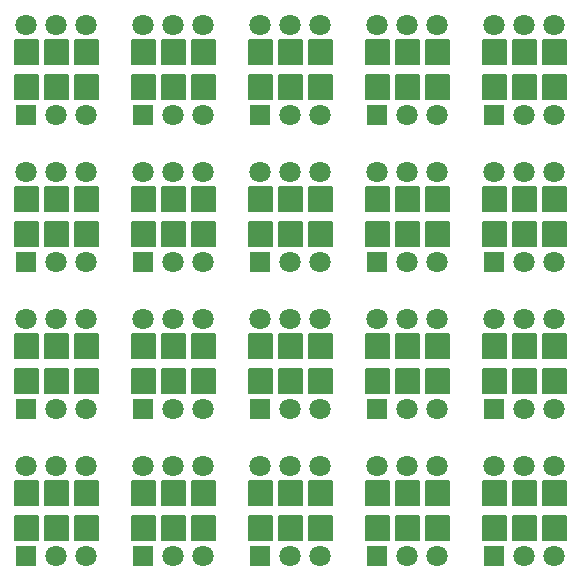
<source format=gbs>
G04 (created by PCBNEW (2013-04-28 BZR 4117)-testing) date Mon 29 Apr 2013 06:53:22 PM CEST*
%MOIN*%
G04 Gerber Fmt 3.4, Leading zero omitted, Abs format*
%FSLAX34Y34*%
G01*
G70*
G90*
G04 APERTURE LIST*
%ADD10C,2.3622e-06*%
%ADD11R,0.0295X0.0394*%
%ADD12R,0.0689X0.0295*%
%ADD13R,0.0709X0.0709*%
%ADD14C,0.0709*%
%ADD15C,0.008*%
G04 APERTURE END LIST*
G54D10*
G54D11*
X29100Y-19900D03*
X28700Y-19900D03*
G54D12*
X28900Y-19500D03*
X29900Y-19500D03*
X30900Y-19500D03*
G54D11*
X29700Y-19900D03*
X30100Y-19900D03*
X31100Y-19900D03*
X30700Y-19900D03*
G54D12*
X30900Y-21100D03*
X29900Y-21100D03*
X28900Y-21100D03*
G54D11*
X29100Y-20700D03*
X28700Y-20700D03*
X29700Y-20700D03*
X30100Y-20700D03*
X31100Y-20700D03*
X30700Y-20700D03*
G54D13*
X28900Y-21800D03*
G54D14*
X29900Y-21800D03*
X30900Y-21800D03*
X30900Y-18800D03*
X29900Y-18800D03*
X28900Y-18800D03*
G54D13*
X25000Y-21800D03*
G54D14*
X26000Y-21800D03*
X27000Y-21800D03*
X27000Y-18800D03*
X26000Y-18800D03*
X25000Y-18800D03*
G54D11*
X26800Y-20700D03*
X27200Y-20700D03*
X26200Y-20700D03*
X25800Y-20700D03*
X24800Y-20700D03*
X25200Y-20700D03*
G54D12*
X25000Y-21100D03*
X26000Y-21100D03*
X27000Y-21100D03*
G54D11*
X26800Y-19900D03*
X27200Y-19900D03*
X26200Y-19900D03*
X25800Y-19900D03*
G54D12*
X27000Y-19500D03*
X26000Y-19500D03*
X25000Y-19500D03*
G54D11*
X24800Y-19900D03*
X25200Y-19900D03*
X17400Y-19900D03*
X17000Y-19900D03*
G54D12*
X17200Y-19500D03*
X18200Y-19500D03*
X19200Y-19500D03*
G54D11*
X18000Y-19900D03*
X18400Y-19900D03*
X19400Y-19900D03*
X19000Y-19900D03*
G54D12*
X19200Y-21100D03*
X18200Y-21100D03*
X17200Y-21100D03*
G54D11*
X17400Y-20700D03*
X17000Y-20700D03*
X18000Y-20700D03*
X18400Y-20700D03*
X19400Y-20700D03*
X19000Y-20700D03*
G54D13*
X17200Y-21800D03*
G54D14*
X18200Y-21800D03*
X19200Y-21800D03*
X19200Y-18800D03*
X18200Y-18800D03*
X17200Y-18800D03*
G54D13*
X21100Y-21800D03*
G54D14*
X22100Y-21800D03*
X23100Y-21800D03*
X23100Y-18800D03*
X22100Y-18800D03*
X21100Y-18800D03*
G54D11*
X22900Y-20700D03*
X23300Y-20700D03*
X22300Y-20700D03*
X21900Y-20700D03*
X20900Y-20700D03*
X21300Y-20700D03*
G54D12*
X21100Y-21100D03*
X22100Y-21100D03*
X23100Y-21100D03*
G54D11*
X22900Y-19900D03*
X23300Y-19900D03*
X22300Y-19900D03*
X21900Y-19900D03*
G54D12*
X23100Y-19500D03*
X22100Y-19500D03*
X21100Y-19500D03*
G54D11*
X20900Y-19900D03*
X21300Y-19900D03*
G54D13*
X32800Y-21800D03*
G54D14*
X33800Y-21800D03*
X34800Y-21800D03*
X34800Y-18800D03*
X33800Y-18800D03*
X32800Y-18800D03*
G54D11*
X34600Y-20700D03*
X35000Y-20700D03*
X34000Y-20700D03*
X33600Y-20700D03*
X32600Y-20700D03*
X33000Y-20700D03*
G54D12*
X32800Y-21100D03*
X33800Y-21100D03*
X34800Y-21100D03*
G54D11*
X34600Y-19900D03*
X35000Y-19900D03*
X34000Y-19900D03*
X33600Y-19900D03*
G54D12*
X34800Y-19500D03*
X33800Y-19500D03*
X32800Y-19500D03*
G54D11*
X32600Y-19900D03*
X33000Y-19900D03*
X33000Y-15000D03*
X32600Y-15000D03*
G54D12*
X32800Y-14600D03*
X33800Y-14600D03*
X34800Y-14600D03*
G54D11*
X33600Y-15000D03*
X34000Y-15000D03*
X35000Y-15000D03*
X34600Y-15000D03*
G54D12*
X34800Y-16200D03*
X33800Y-16200D03*
X32800Y-16200D03*
G54D11*
X33000Y-15800D03*
X32600Y-15800D03*
X33600Y-15800D03*
X34000Y-15800D03*
X35000Y-15800D03*
X34600Y-15800D03*
G54D13*
X32800Y-16900D03*
G54D14*
X33800Y-16900D03*
X34800Y-16900D03*
X34800Y-13900D03*
X33800Y-13900D03*
X32800Y-13900D03*
G54D11*
X21300Y-15000D03*
X20900Y-15000D03*
G54D12*
X21100Y-14600D03*
X22100Y-14600D03*
X23100Y-14600D03*
G54D11*
X21900Y-15000D03*
X22300Y-15000D03*
X23300Y-15000D03*
X22900Y-15000D03*
G54D12*
X23100Y-16200D03*
X22100Y-16200D03*
X21100Y-16200D03*
G54D11*
X21300Y-15800D03*
X20900Y-15800D03*
X21900Y-15800D03*
X22300Y-15800D03*
X23300Y-15800D03*
X22900Y-15800D03*
G54D13*
X21100Y-16900D03*
G54D14*
X22100Y-16900D03*
X23100Y-16900D03*
X23100Y-13900D03*
X22100Y-13900D03*
X21100Y-13900D03*
G54D13*
X17200Y-16900D03*
G54D14*
X18200Y-16900D03*
X19200Y-16900D03*
X19200Y-13900D03*
X18200Y-13900D03*
X17200Y-13900D03*
G54D11*
X19000Y-15800D03*
X19400Y-15800D03*
X18400Y-15800D03*
X18000Y-15800D03*
X17000Y-15800D03*
X17400Y-15800D03*
G54D12*
X17200Y-16200D03*
X18200Y-16200D03*
X19200Y-16200D03*
G54D11*
X19000Y-15000D03*
X19400Y-15000D03*
X18400Y-15000D03*
X18000Y-15000D03*
G54D12*
X19200Y-14600D03*
X18200Y-14600D03*
X17200Y-14600D03*
G54D11*
X17000Y-15000D03*
X17400Y-15000D03*
X25200Y-15000D03*
X24800Y-15000D03*
G54D12*
X25000Y-14600D03*
X26000Y-14600D03*
X27000Y-14600D03*
G54D11*
X25800Y-15000D03*
X26200Y-15000D03*
X27200Y-15000D03*
X26800Y-15000D03*
G54D12*
X27000Y-16200D03*
X26000Y-16200D03*
X25000Y-16200D03*
G54D11*
X25200Y-15800D03*
X24800Y-15800D03*
X25800Y-15800D03*
X26200Y-15800D03*
X27200Y-15800D03*
X26800Y-15800D03*
G54D13*
X25000Y-16900D03*
G54D14*
X26000Y-16900D03*
X27000Y-16900D03*
X27000Y-13900D03*
X26000Y-13900D03*
X25000Y-13900D03*
G54D13*
X28900Y-16900D03*
G54D14*
X29900Y-16900D03*
X30900Y-16900D03*
X30900Y-13900D03*
X29900Y-13900D03*
X28900Y-13900D03*
G54D11*
X30700Y-15800D03*
X31100Y-15800D03*
X30100Y-15800D03*
X29700Y-15800D03*
X28700Y-15800D03*
X29100Y-15800D03*
G54D12*
X28900Y-16200D03*
X29900Y-16200D03*
X30900Y-16200D03*
G54D11*
X30700Y-15000D03*
X31100Y-15000D03*
X30100Y-15000D03*
X29700Y-15000D03*
G54D12*
X30900Y-14600D03*
X29900Y-14600D03*
X28900Y-14600D03*
G54D11*
X28700Y-15000D03*
X29100Y-15000D03*
X29100Y-24800D03*
X28700Y-24800D03*
G54D12*
X28900Y-24400D03*
X29900Y-24400D03*
X30900Y-24400D03*
G54D11*
X29700Y-24800D03*
X30100Y-24800D03*
X31100Y-24800D03*
X30700Y-24800D03*
G54D12*
X30900Y-26000D03*
X29900Y-26000D03*
X28900Y-26000D03*
G54D11*
X29100Y-25600D03*
X28700Y-25600D03*
X29700Y-25600D03*
X30100Y-25600D03*
X31100Y-25600D03*
X30700Y-25600D03*
G54D13*
X28900Y-26700D03*
G54D14*
X29900Y-26700D03*
X30900Y-26700D03*
X30900Y-23700D03*
X29900Y-23700D03*
X28900Y-23700D03*
G54D13*
X25000Y-26700D03*
G54D14*
X26000Y-26700D03*
X27000Y-26700D03*
X27000Y-23700D03*
X26000Y-23700D03*
X25000Y-23700D03*
G54D11*
X26800Y-25600D03*
X27200Y-25600D03*
X26200Y-25600D03*
X25800Y-25600D03*
X24800Y-25600D03*
X25200Y-25600D03*
G54D12*
X25000Y-26000D03*
X26000Y-26000D03*
X27000Y-26000D03*
G54D11*
X26800Y-24800D03*
X27200Y-24800D03*
X26200Y-24800D03*
X25800Y-24800D03*
G54D12*
X27000Y-24400D03*
X26000Y-24400D03*
X25000Y-24400D03*
G54D11*
X24800Y-24800D03*
X25200Y-24800D03*
X17400Y-24800D03*
X17000Y-24800D03*
G54D12*
X17200Y-24400D03*
X18200Y-24400D03*
X19200Y-24400D03*
G54D11*
X18000Y-24800D03*
X18400Y-24800D03*
X19400Y-24800D03*
X19000Y-24800D03*
G54D12*
X19200Y-26000D03*
X18200Y-26000D03*
X17200Y-26000D03*
G54D11*
X17400Y-25600D03*
X17000Y-25600D03*
X18000Y-25600D03*
X18400Y-25600D03*
X19400Y-25600D03*
X19000Y-25600D03*
G54D13*
X17200Y-26700D03*
G54D14*
X18200Y-26700D03*
X19200Y-26700D03*
X19200Y-23700D03*
X18200Y-23700D03*
X17200Y-23700D03*
G54D13*
X21100Y-26700D03*
G54D14*
X22100Y-26700D03*
X23100Y-26700D03*
X23100Y-23700D03*
X22100Y-23700D03*
X21100Y-23700D03*
G54D11*
X22900Y-25600D03*
X23300Y-25600D03*
X22300Y-25600D03*
X21900Y-25600D03*
X20900Y-25600D03*
X21300Y-25600D03*
G54D12*
X21100Y-26000D03*
X22100Y-26000D03*
X23100Y-26000D03*
G54D11*
X22900Y-24800D03*
X23300Y-24800D03*
X22300Y-24800D03*
X21900Y-24800D03*
G54D12*
X23100Y-24400D03*
X22100Y-24400D03*
X21100Y-24400D03*
G54D11*
X20900Y-24800D03*
X21300Y-24800D03*
G54D13*
X32800Y-26700D03*
G54D14*
X33800Y-26700D03*
X34800Y-26700D03*
X34800Y-23700D03*
X33800Y-23700D03*
X32800Y-23700D03*
G54D11*
X34600Y-25600D03*
X35000Y-25600D03*
X34000Y-25600D03*
X33600Y-25600D03*
X32600Y-25600D03*
X33000Y-25600D03*
G54D12*
X32800Y-26000D03*
X33800Y-26000D03*
X34800Y-26000D03*
G54D11*
X34600Y-24800D03*
X35000Y-24800D03*
X34000Y-24800D03*
X33600Y-24800D03*
G54D12*
X34800Y-24400D03*
X33800Y-24400D03*
X32800Y-24400D03*
G54D11*
X32600Y-24800D03*
X33000Y-24800D03*
X33000Y-29700D03*
X32600Y-29700D03*
G54D12*
X32800Y-29300D03*
X33800Y-29300D03*
X34800Y-29300D03*
G54D11*
X33600Y-29700D03*
X34000Y-29700D03*
X35000Y-29700D03*
X34600Y-29700D03*
G54D12*
X34800Y-30900D03*
X33800Y-30900D03*
X32800Y-30900D03*
G54D11*
X33000Y-30500D03*
X32600Y-30500D03*
X33600Y-30500D03*
X34000Y-30500D03*
X35000Y-30500D03*
X34600Y-30500D03*
G54D13*
X32800Y-31600D03*
G54D14*
X33800Y-31600D03*
X34800Y-31600D03*
X34800Y-28600D03*
X33800Y-28600D03*
X32800Y-28600D03*
G54D11*
X21300Y-29700D03*
X20900Y-29700D03*
G54D12*
X21100Y-29300D03*
X22100Y-29300D03*
X23100Y-29300D03*
G54D11*
X21900Y-29700D03*
X22300Y-29700D03*
X23300Y-29700D03*
X22900Y-29700D03*
G54D12*
X23100Y-30900D03*
X22100Y-30900D03*
X21100Y-30900D03*
G54D11*
X21300Y-30500D03*
X20900Y-30500D03*
X21900Y-30500D03*
X22300Y-30500D03*
X23300Y-30500D03*
X22900Y-30500D03*
G54D13*
X21100Y-31600D03*
G54D14*
X22100Y-31600D03*
X23100Y-31600D03*
X23100Y-28600D03*
X22100Y-28600D03*
X21100Y-28600D03*
G54D13*
X17200Y-31600D03*
G54D14*
X18200Y-31600D03*
X19200Y-31600D03*
X19200Y-28600D03*
X18200Y-28600D03*
X17200Y-28600D03*
G54D11*
X19000Y-30500D03*
X19400Y-30500D03*
X18400Y-30500D03*
X18000Y-30500D03*
X17000Y-30500D03*
X17400Y-30500D03*
G54D12*
X17200Y-30900D03*
X18200Y-30900D03*
X19200Y-30900D03*
G54D11*
X19000Y-29700D03*
X19400Y-29700D03*
X18400Y-29700D03*
X18000Y-29700D03*
G54D12*
X19200Y-29300D03*
X18200Y-29300D03*
X17200Y-29300D03*
G54D11*
X17000Y-29700D03*
X17400Y-29700D03*
X25200Y-29700D03*
X24800Y-29700D03*
G54D12*
X25000Y-29300D03*
X26000Y-29300D03*
X27000Y-29300D03*
G54D11*
X25800Y-29700D03*
X26200Y-29700D03*
X27200Y-29700D03*
X26800Y-29700D03*
G54D12*
X27000Y-30900D03*
X26000Y-30900D03*
X25000Y-30900D03*
G54D11*
X25200Y-30500D03*
X24800Y-30500D03*
X25800Y-30500D03*
X26200Y-30500D03*
X27200Y-30500D03*
X26800Y-30500D03*
G54D13*
X25000Y-31600D03*
G54D14*
X26000Y-31600D03*
X27000Y-31600D03*
X27000Y-28600D03*
X26000Y-28600D03*
X25000Y-28600D03*
G54D13*
X28900Y-31600D03*
G54D14*
X29900Y-31600D03*
X30900Y-31600D03*
X30900Y-28600D03*
X29900Y-28600D03*
X28900Y-28600D03*
G54D11*
X30700Y-30500D03*
X31100Y-30500D03*
X30100Y-30500D03*
X29700Y-30500D03*
X28700Y-30500D03*
X29100Y-30500D03*
G54D12*
X28900Y-30900D03*
X29900Y-30900D03*
X30900Y-30900D03*
G54D11*
X30700Y-29700D03*
X31100Y-29700D03*
X30100Y-29700D03*
X29700Y-29700D03*
G54D12*
X30900Y-29300D03*
X29900Y-29300D03*
X28900Y-29300D03*
G54D11*
X28700Y-29700D03*
X29100Y-29700D03*
G54D10*
G36*
X29275Y-29925D02*
X29275Y-29125D01*
X28525Y-29125D01*
X28525Y-29925D01*
X29275Y-29925D01*
X29275Y-29925D01*
G37*
G54D15*
X29275Y-29925D02*
X29275Y-29125D01*
X28525Y-29125D01*
X28525Y-29925D01*
X29275Y-29925D01*
G54D10*
G36*
X30275Y-29925D02*
X30275Y-29125D01*
X29525Y-29125D01*
X29525Y-29925D01*
X30275Y-29925D01*
X30275Y-29925D01*
G37*
G54D15*
X30275Y-29925D02*
X30275Y-29125D01*
X29525Y-29125D01*
X29525Y-29925D01*
X30275Y-29925D01*
G54D10*
G36*
X31275Y-29925D02*
X31275Y-29125D01*
X30525Y-29125D01*
X30525Y-29925D01*
X31275Y-29925D01*
X31275Y-29925D01*
G37*
G54D15*
X31275Y-29925D02*
X31275Y-29125D01*
X30525Y-29125D01*
X30525Y-29925D01*
X31275Y-29925D01*
G54D10*
G36*
X29275Y-31075D02*
X29275Y-30275D01*
X28525Y-30275D01*
X28525Y-31075D01*
X29275Y-31075D01*
X29275Y-31075D01*
G37*
G54D15*
X29275Y-31075D02*
X29275Y-30275D01*
X28525Y-30275D01*
X28525Y-31075D01*
X29275Y-31075D01*
G54D10*
G36*
X30275Y-31075D02*
X30275Y-30275D01*
X29525Y-30275D01*
X29525Y-31075D01*
X30275Y-31075D01*
X30275Y-31075D01*
G37*
G54D15*
X30275Y-31075D02*
X30275Y-30275D01*
X29525Y-30275D01*
X29525Y-31075D01*
X30275Y-31075D01*
G54D10*
G36*
X31275Y-31075D02*
X31275Y-30275D01*
X30525Y-30275D01*
X30525Y-31075D01*
X31275Y-31075D01*
X31275Y-31075D01*
G37*
G54D15*
X31275Y-31075D02*
X31275Y-30275D01*
X30525Y-30275D01*
X30525Y-31075D01*
X31275Y-31075D01*
G54D10*
G36*
X25375Y-29925D02*
X25375Y-29125D01*
X24625Y-29125D01*
X24625Y-29925D01*
X25375Y-29925D01*
X25375Y-29925D01*
G37*
G54D15*
X25375Y-29925D02*
X25375Y-29125D01*
X24625Y-29125D01*
X24625Y-29925D01*
X25375Y-29925D01*
G54D10*
G36*
X26375Y-29925D02*
X26375Y-29125D01*
X25625Y-29125D01*
X25625Y-29925D01*
X26375Y-29925D01*
X26375Y-29925D01*
G37*
G54D15*
X26375Y-29925D02*
X26375Y-29125D01*
X25625Y-29125D01*
X25625Y-29925D01*
X26375Y-29925D01*
G54D10*
G36*
X27375Y-29925D02*
X27375Y-29125D01*
X26625Y-29125D01*
X26625Y-29925D01*
X27375Y-29925D01*
X27375Y-29925D01*
G37*
G54D15*
X27375Y-29925D02*
X27375Y-29125D01*
X26625Y-29125D01*
X26625Y-29925D01*
X27375Y-29925D01*
G54D10*
G36*
X25375Y-31075D02*
X25375Y-30275D01*
X24625Y-30275D01*
X24625Y-31075D01*
X25375Y-31075D01*
X25375Y-31075D01*
G37*
G54D15*
X25375Y-31075D02*
X25375Y-30275D01*
X24625Y-30275D01*
X24625Y-31075D01*
X25375Y-31075D01*
G54D10*
G36*
X26375Y-31075D02*
X26375Y-30275D01*
X25625Y-30275D01*
X25625Y-31075D01*
X26375Y-31075D01*
X26375Y-31075D01*
G37*
G54D15*
X26375Y-31075D02*
X26375Y-30275D01*
X25625Y-30275D01*
X25625Y-31075D01*
X26375Y-31075D01*
G54D10*
G36*
X27375Y-31075D02*
X27375Y-30275D01*
X26625Y-30275D01*
X26625Y-31075D01*
X27375Y-31075D01*
X27375Y-31075D01*
G37*
G54D15*
X27375Y-31075D02*
X27375Y-30275D01*
X26625Y-30275D01*
X26625Y-31075D01*
X27375Y-31075D01*
G54D10*
G36*
X21475Y-29925D02*
X21475Y-29125D01*
X20725Y-29125D01*
X20725Y-29925D01*
X21475Y-29925D01*
X21475Y-29925D01*
G37*
G54D15*
X21475Y-29925D02*
X21475Y-29125D01*
X20725Y-29125D01*
X20725Y-29925D01*
X21475Y-29925D01*
G54D10*
G36*
X22475Y-29925D02*
X22475Y-29125D01*
X21725Y-29125D01*
X21725Y-29925D01*
X22475Y-29925D01*
X22475Y-29925D01*
G37*
G54D15*
X22475Y-29925D02*
X22475Y-29125D01*
X21725Y-29125D01*
X21725Y-29925D01*
X22475Y-29925D01*
G54D10*
G36*
X23475Y-29925D02*
X23475Y-29125D01*
X22725Y-29125D01*
X22725Y-29925D01*
X23475Y-29925D01*
X23475Y-29925D01*
G37*
G54D15*
X23475Y-29925D02*
X23475Y-29125D01*
X22725Y-29125D01*
X22725Y-29925D01*
X23475Y-29925D01*
G54D10*
G36*
X21475Y-31075D02*
X21475Y-30275D01*
X20725Y-30275D01*
X20725Y-31075D01*
X21475Y-31075D01*
X21475Y-31075D01*
G37*
G54D15*
X21475Y-31075D02*
X21475Y-30275D01*
X20725Y-30275D01*
X20725Y-31075D01*
X21475Y-31075D01*
G54D10*
G36*
X22475Y-31075D02*
X22475Y-30275D01*
X21725Y-30275D01*
X21725Y-31075D01*
X22475Y-31075D01*
X22475Y-31075D01*
G37*
G54D15*
X22475Y-31075D02*
X22475Y-30275D01*
X21725Y-30275D01*
X21725Y-31075D01*
X22475Y-31075D01*
G54D10*
G36*
X23475Y-31075D02*
X23475Y-30275D01*
X22725Y-30275D01*
X22725Y-31075D01*
X23475Y-31075D01*
X23475Y-31075D01*
G37*
G54D15*
X23475Y-31075D02*
X23475Y-30275D01*
X22725Y-30275D01*
X22725Y-31075D01*
X23475Y-31075D01*
G54D10*
G36*
X17575Y-29925D02*
X17575Y-29125D01*
X16825Y-29125D01*
X16825Y-29925D01*
X17575Y-29925D01*
X17575Y-29925D01*
G37*
G54D15*
X17575Y-29925D02*
X17575Y-29125D01*
X16825Y-29125D01*
X16825Y-29925D01*
X17575Y-29925D01*
G54D10*
G36*
X18575Y-29925D02*
X18575Y-29125D01*
X17825Y-29125D01*
X17825Y-29925D01*
X18575Y-29925D01*
X18575Y-29925D01*
G37*
G54D15*
X18575Y-29925D02*
X18575Y-29125D01*
X17825Y-29125D01*
X17825Y-29925D01*
X18575Y-29925D01*
G54D10*
G36*
X19575Y-29925D02*
X19575Y-29125D01*
X18825Y-29125D01*
X18825Y-29925D01*
X19575Y-29925D01*
X19575Y-29925D01*
G37*
G54D15*
X19575Y-29925D02*
X19575Y-29125D01*
X18825Y-29125D01*
X18825Y-29925D01*
X19575Y-29925D01*
G54D10*
G36*
X17575Y-31075D02*
X17575Y-30275D01*
X16825Y-30275D01*
X16825Y-31075D01*
X17575Y-31075D01*
X17575Y-31075D01*
G37*
G54D15*
X17575Y-31075D02*
X17575Y-30275D01*
X16825Y-30275D01*
X16825Y-31075D01*
X17575Y-31075D01*
G54D10*
G36*
X18575Y-31075D02*
X18575Y-30275D01*
X17825Y-30275D01*
X17825Y-31075D01*
X18575Y-31075D01*
X18575Y-31075D01*
G37*
G54D15*
X18575Y-31075D02*
X18575Y-30275D01*
X17825Y-30275D01*
X17825Y-31075D01*
X18575Y-31075D01*
G54D10*
G36*
X19575Y-31075D02*
X19575Y-30275D01*
X18825Y-30275D01*
X18825Y-31075D01*
X19575Y-31075D01*
X19575Y-31075D01*
G37*
G54D15*
X19575Y-31075D02*
X19575Y-30275D01*
X18825Y-30275D01*
X18825Y-31075D01*
X19575Y-31075D01*
G54D10*
G36*
X33175Y-29925D02*
X33175Y-29125D01*
X32425Y-29125D01*
X32425Y-29925D01*
X33175Y-29925D01*
X33175Y-29925D01*
G37*
G54D15*
X33175Y-29925D02*
X33175Y-29125D01*
X32425Y-29125D01*
X32425Y-29925D01*
X33175Y-29925D01*
G54D10*
G36*
X34175Y-29925D02*
X34175Y-29125D01*
X33425Y-29125D01*
X33425Y-29925D01*
X34175Y-29925D01*
X34175Y-29925D01*
G37*
G54D15*
X34175Y-29925D02*
X34175Y-29125D01*
X33425Y-29125D01*
X33425Y-29925D01*
X34175Y-29925D01*
G54D10*
G36*
X35175Y-29925D02*
X35175Y-29125D01*
X34425Y-29125D01*
X34425Y-29925D01*
X35175Y-29925D01*
X35175Y-29925D01*
G37*
G54D15*
X35175Y-29925D02*
X35175Y-29125D01*
X34425Y-29125D01*
X34425Y-29925D01*
X35175Y-29925D01*
G54D10*
G36*
X33175Y-31075D02*
X33175Y-30275D01*
X32425Y-30275D01*
X32425Y-31075D01*
X33175Y-31075D01*
X33175Y-31075D01*
G37*
G54D15*
X33175Y-31075D02*
X33175Y-30275D01*
X32425Y-30275D01*
X32425Y-31075D01*
X33175Y-31075D01*
G54D10*
G36*
X34175Y-31075D02*
X34175Y-30275D01*
X33425Y-30275D01*
X33425Y-31075D01*
X34175Y-31075D01*
X34175Y-31075D01*
G37*
G54D15*
X34175Y-31075D02*
X34175Y-30275D01*
X33425Y-30275D01*
X33425Y-31075D01*
X34175Y-31075D01*
G54D10*
G36*
X35175Y-31075D02*
X35175Y-30275D01*
X34425Y-30275D01*
X34425Y-31075D01*
X35175Y-31075D01*
X35175Y-31075D01*
G37*
G54D15*
X35175Y-31075D02*
X35175Y-30275D01*
X34425Y-30275D01*
X34425Y-31075D01*
X35175Y-31075D01*
G54D10*
G36*
X29275Y-25025D02*
X29275Y-24225D01*
X28525Y-24225D01*
X28525Y-25025D01*
X29275Y-25025D01*
X29275Y-25025D01*
G37*
G54D15*
X29275Y-25025D02*
X29275Y-24225D01*
X28525Y-24225D01*
X28525Y-25025D01*
X29275Y-25025D01*
G54D10*
G36*
X30275Y-25025D02*
X30275Y-24225D01*
X29525Y-24225D01*
X29525Y-25025D01*
X30275Y-25025D01*
X30275Y-25025D01*
G37*
G54D15*
X30275Y-25025D02*
X30275Y-24225D01*
X29525Y-24225D01*
X29525Y-25025D01*
X30275Y-25025D01*
G54D10*
G36*
X31275Y-25025D02*
X31275Y-24225D01*
X30525Y-24225D01*
X30525Y-25025D01*
X31275Y-25025D01*
X31275Y-25025D01*
G37*
G54D15*
X31275Y-25025D02*
X31275Y-24225D01*
X30525Y-24225D01*
X30525Y-25025D01*
X31275Y-25025D01*
G54D10*
G36*
X29275Y-26175D02*
X29275Y-25375D01*
X28525Y-25375D01*
X28525Y-26175D01*
X29275Y-26175D01*
X29275Y-26175D01*
G37*
G54D15*
X29275Y-26175D02*
X29275Y-25375D01*
X28525Y-25375D01*
X28525Y-26175D01*
X29275Y-26175D01*
G54D10*
G36*
X30275Y-26175D02*
X30275Y-25375D01*
X29525Y-25375D01*
X29525Y-26175D01*
X30275Y-26175D01*
X30275Y-26175D01*
G37*
G54D15*
X30275Y-26175D02*
X30275Y-25375D01*
X29525Y-25375D01*
X29525Y-26175D01*
X30275Y-26175D01*
G54D10*
G36*
X31275Y-26175D02*
X31275Y-25375D01*
X30525Y-25375D01*
X30525Y-26175D01*
X31275Y-26175D01*
X31275Y-26175D01*
G37*
G54D15*
X31275Y-26175D02*
X31275Y-25375D01*
X30525Y-25375D01*
X30525Y-26175D01*
X31275Y-26175D01*
G54D10*
G36*
X25375Y-25025D02*
X25375Y-24225D01*
X24625Y-24225D01*
X24625Y-25025D01*
X25375Y-25025D01*
X25375Y-25025D01*
G37*
G54D15*
X25375Y-25025D02*
X25375Y-24225D01*
X24625Y-24225D01*
X24625Y-25025D01*
X25375Y-25025D01*
G54D10*
G36*
X26375Y-25025D02*
X26375Y-24225D01*
X25625Y-24225D01*
X25625Y-25025D01*
X26375Y-25025D01*
X26375Y-25025D01*
G37*
G54D15*
X26375Y-25025D02*
X26375Y-24225D01*
X25625Y-24225D01*
X25625Y-25025D01*
X26375Y-25025D01*
G54D10*
G36*
X27375Y-25025D02*
X27375Y-24225D01*
X26625Y-24225D01*
X26625Y-25025D01*
X27375Y-25025D01*
X27375Y-25025D01*
G37*
G54D15*
X27375Y-25025D02*
X27375Y-24225D01*
X26625Y-24225D01*
X26625Y-25025D01*
X27375Y-25025D01*
G54D10*
G36*
X25375Y-26175D02*
X25375Y-25375D01*
X24625Y-25375D01*
X24625Y-26175D01*
X25375Y-26175D01*
X25375Y-26175D01*
G37*
G54D15*
X25375Y-26175D02*
X25375Y-25375D01*
X24625Y-25375D01*
X24625Y-26175D01*
X25375Y-26175D01*
G54D10*
G36*
X26375Y-26175D02*
X26375Y-25375D01*
X25625Y-25375D01*
X25625Y-26175D01*
X26375Y-26175D01*
X26375Y-26175D01*
G37*
G54D15*
X26375Y-26175D02*
X26375Y-25375D01*
X25625Y-25375D01*
X25625Y-26175D01*
X26375Y-26175D01*
G54D10*
G36*
X27375Y-26175D02*
X27375Y-25375D01*
X26625Y-25375D01*
X26625Y-26175D01*
X27375Y-26175D01*
X27375Y-26175D01*
G37*
G54D15*
X27375Y-26175D02*
X27375Y-25375D01*
X26625Y-25375D01*
X26625Y-26175D01*
X27375Y-26175D01*
G54D10*
G36*
X21475Y-25025D02*
X21475Y-24225D01*
X20725Y-24225D01*
X20725Y-25025D01*
X21475Y-25025D01*
X21475Y-25025D01*
G37*
G54D15*
X21475Y-25025D02*
X21475Y-24225D01*
X20725Y-24225D01*
X20725Y-25025D01*
X21475Y-25025D01*
G54D10*
G36*
X22475Y-25025D02*
X22475Y-24225D01*
X21725Y-24225D01*
X21725Y-25025D01*
X22475Y-25025D01*
X22475Y-25025D01*
G37*
G54D15*
X22475Y-25025D02*
X22475Y-24225D01*
X21725Y-24225D01*
X21725Y-25025D01*
X22475Y-25025D01*
G54D10*
G36*
X23475Y-25025D02*
X23475Y-24225D01*
X22725Y-24225D01*
X22725Y-25025D01*
X23475Y-25025D01*
X23475Y-25025D01*
G37*
G54D15*
X23475Y-25025D02*
X23475Y-24225D01*
X22725Y-24225D01*
X22725Y-25025D01*
X23475Y-25025D01*
G54D10*
G36*
X21475Y-26175D02*
X21475Y-25375D01*
X20725Y-25375D01*
X20725Y-26175D01*
X21475Y-26175D01*
X21475Y-26175D01*
G37*
G54D15*
X21475Y-26175D02*
X21475Y-25375D01*
X20725Y-25375D01*
X20725Y-26175D01*
X21475Y-26175D01*
G54D10*
G36*
X22475Y-26175D02*
X22475Y-25375D01*
X21725Y-25375D01*
X21725Y-26175D01*
X22475Y-26175D01*
X22475Y-26175D01*
G37*
G54D15*
X22475Y-26175D02*
X22475Y-25375D01*
X21725Y-25375D01*
X21725Y-26175D01*
X22475Y-26175D01*
G54D10*
G36*
X23475Y-26175D02*
X23475Y-25375D01*
X22725Y-25375D01*
X22725Y-26175D01*
X23475Y-26175D01*
X23475Y-26175D01*
G37*
G54D15*
X23475Y-26175D02*
X23475Y-25375D01*
X22725Y-25375D01*
X22725Y-26175D01*
X23475Y-26175D01*
G54D10*
G36*
X17575Y-25025D02*
X17575Y-24225D01*
X16825Y-24225D01*
X16825Y-25025D01*
X17575Y-25025D01*
X17575Y-25025D01*
G37*
G54D15*
X17575Y-25025D02*
X17575Y-24225D01*
X16825Y-24225D01*
X16825Y-25025D01*
X17575Y-25025D01*
G54D10*
G36*
X18575Y-25025D02*
X18575Y-24225D01*
X17825Y-24225D01*
X17825Y-25025D01*
X18575Y-25025D01*
X18575Y-25025D01*
G37*
G54D15*
X18575Y-25025D02*
X18575Y-24225D01*
X17825Y-24225D01*
X17825Y-25025D01*
X18575Y-25025D01*
G54D10*
G36*
X19575Y-25025D02*
X19575Y-24225D01*
X18825Y-24225D01*
X18825Y-25025D01*
X19575Y-25025D01*
X19575Y-25025D01*
G37*
G54D15*
X19575Y-25025D02*
X19575Y-24225D01*
X18825Y-24225D01*
X18825Y-25025D01*
X19575Y-25025D01*
G54D10*
G36*
X17575Y-26175D02*
X17575Y-25375D01*
X16825Y-25375D01*
X16825Y-26175D01*
X17575Y-26175D01*
X17575Y-26175D01*
G37*
G54D15*
X17575Y-26175D02*
X17575Y-25375D01*
X16825Y-25375D01*
X16825Y-26175D01*
X17575Y-26175D01*
G54D10*
G36*
X18575Y-26175D02*
X18575Y-25375D01*
X17825Y-25375D01*
X17825Y-26175D01*
X18575Y-26175D01*
X18575Y-26175D01*
G37*
G54D15*
X18575Y-26175D02*
X18575Y-25375D01*
X17825Y-25375D01*
X17825Y-26175D01*
X18575Y-26175D01*
G54D10*
G36*
X19575Y-26175D02*
X19575Y-25375D01*
X18825Y-25375D01*
X18825Y-26175D01*
X19575Y-26175D01*
X19575Y-26175D01*
G37*
G54D15*
X19575Y-26175D02*
X19575Y-25375D01*
X18825Y-25375D01*
X18825Y-26175D01*
X19575Y-26175D01*
G54D10*
G36*
X33175Y-25025D02*
X33175Y-24225D01*
X32425Y-24225D01*
X32425Y-25025D01*
X33175Y-25025D01*
X33175Y-25025D01*
G37*
G54D15*
X33175Y-25025D02*
X33175Y-24225D01*
X32425Y-24225D01*
X32425Y-25025D01*
X33175Y-25025D01*
G54D10*
G36*
X34175Y-25025D02*
X34175Y-24225D01*
X33425Y-24225D01*
X33425Y-25025D01*
X34175Y-25025D01*
X34175Y-25025D01*
G37*
G54D15*
X34175Y-25025D02*
X34175Y-24225D01*
X33425Y-24225D01*
X33425Y-25025D01*
X34175Y-25025D01*
G54D10*
G36*
X35175Y-25025D02*
X35175Y-24225D01*
X34425Y-24225D01*
X34425Y-25025D01*
X35175Y-25025D01*
X35175Y-25025D01*
G37*
G54D15*
X35175Y-25025D02*
X35175Y-24225D01*
X34425Y-24225D01*
X34425Y-25025D01*
X35175Y-25025D01*
G54D10*
G36*
X33175Y-26175D02*
X33175Y-25375D01*
X32425Y-25375D01*
X32425Y-26175D01*
X33175Y-26175D01*
X33175Y-26175D01*
G37*
G54D15*
X33175Y-26175D02*
X33175Y-25375D01*
X32425Y-25375D01*
X32425Y-26175D01*
X33175Y-26175D01*
G54D10*
G36*
X34175Y-26175D02*
X34175Y-25375D01*
X33425Y-25375D01*
X33425Y-26175D01*
X34175Y-26175D01*
X34175Y-26175D01*
G37*
G54D15*
X34175Y-26175D02*
X34175Y-25375D01*
X33425Y-25375D01*
X33425Y-26175D01*
X34175Y-26175D01*
G54D10*
G36*
X35175Y-26175D02*
X35175Y-25375D01*
X34425Y-25375D01*
X34425Y-26175D01*
X35175Y-26175D01*
X35175Y-26175D01*
G37*
G54D15*
X35175Y-26175D02*
X35175Y-25375D01*
X34425Y-25375D01*
X34425Y-26175D01*
X35175Y-26175D01*
G54D10*
G36*
X29275Y-20125D02*
X29275Y-19325D01*
X28525Y-19325D01*
X28525Y-20125D01*
X29275Y-20125D01*
X29275Y-20125D01*
G37*
G54D15*
X29275Y-20125D02*
X29275Y-19325D01*
X28525Y-19325D01*
X28525Y-20125D01*
X29275Y-20125D01*
G54D10*
G36*
X30275Y-20125D02*
X30275Y-19325D01*
X29525Y-19325D01*
X29525Y-20125D01*
X30275Y-20125D01*
X30275Y-20125D01*
G37*
G54D15*
X30275Y-20125D02*
X30275Y-19325D01*
X29525Y-19325D01*
X29525Y-20125D01*
X30275Y-20125D01*
G54D10*
G36*
X31275Y-20125D02*
X31275Y-19325D01*
X30525Y-19325D01*
X30525Y-20125D01*
X31275Y-20125D01*
X31275Y-20125D01*
G37*
G54D15*
X31275Y-20125D02*
X31275Y-19325D01*
X30525Y-19325D01*
X30525Y-20125D01*
X31275Y-20125D01*
G54D10*
G36*
X29275Y-21275D02*
X29275Y-20475D01*
X28525Y-20475D01*
X28525Y-21275D01*
X29275Y-21275D01*
X29275Y-21275D01*
G37*
G54D15*
X29275Y-21275D02*
X29275Y-20475D01*
X28525Y-20475D01*
X28525Y-21275D01*
X29275Y-21275D01*
G54D10*
G36*
X30275Y-21275D02*
X30275Y-20475D01*
X29525Y-20475D01*
X29525Y-21275D01*
X30275Y-21275D01*
X30275Y-21275D01*
G37*
G54D15*
X30275Y-21275D02*
X30275Y-20475D01*
X29525Y-20475D01*
X29525Y-21275D01*
X30275Y-21275D01*
G54D10*
G36*
X31275Y-21275D02*
X31275Y-20475D01*
X30525Y-20475D01*
X30525Y-21275D01*
X31275Y-21275D01*
X31275Y-21275D01*
G37*
G54D15*
X31275Y-21275D02*
X31275Y-20475D01*
X30525Y-20475D01*
X30525Y-21275D01*
X31275Y-21275D01*
G54D10*
G36*
X25375Y-20125D02*
X25375Y-19325D01*
X24625Y-19325D01*
X24625Y-20125D01*
X25375Y-20125D01*
X25375Y-20125D01*
G37*
G54D15*
X25375Y-20125D02*
X25375Y-19325D01*
X24625Y-19325D01*
X24625Y-20125D01*
X25375Y-20125D01*
G54D10*
G36*
X26375Y-20125D02*
X26375Y-19325D01*
X25625Y-19325D01*
X25625Y-20125D01*
X26375Y-20125D01*
X26375Y-20125D01*
G37*
G54D15*
X26375Y-20125D02*
X26375Y-19325D01*
X25625Y-19325D01*
X25625Y-20125D01*
X26375Y-20125D01*
G54D10*
G36*
X27375Y-20125D02*
X27375Y-19325D01*
X26625Y-19325D01*
X26625Y-20125D01*
X27375Y-20125D01*
X27375Y-20125D01*
G37*
G54D15*
X27375Y-20125D02*
X27375Y-19325D01*
X26625Y-19325D01*
X26625Y-20125D01*
X27375Y-20125D01*
G54D10*
G36*
X25375Y-21275D02*
X25375Y-20475D01*
X24625Y-20475D01*
X24625Y-21275D01*
X25375Y-21275D01*
X25375Y-21275D01*
G37*
G54D15*
X25375Y-21275D02*
X25375Y-20475D01*
X24625Y-20475D01*
X24625Y-21275D01*
X25375Y-21275D01*
G54D10*
G36*
X26375Y-21275D02*
X26375Y-20475D01*
X25625Y-20475D01*
X25625Y-21275D01*
X26375Y-21275D01*
X26375Y-21275D01*
G37*
G54D15*
X26375Y-21275D02*
X26375Y-20475D01*
X25625Y-20475D01*
X25625Y-21275D01*
X26375Y-21275D01*
G54D10*
G36*
X27375Y-21275D02*
X27375Y-20475D01*
X26625Y-20475D01*
X26625Y-21275D01*
X27375Y-21275D01*
X27375Y-21275D01*
G37*
G54D15*
X27375Y-21275D02*
X27375Y-20475D01*
X26625Y-20475D01*
X26625Y-21275D01*
X27375Y-21275D01*
G54D10*
G36*
X21475Y-20125D02*
X21475Y-19325D01*
X20725Y-19325D01*
X20725Y-20125D01*
X21475Y-20125D01*
X21475Y-20125D01*
G37*
G54D15*
X21475Y-20125D02*
X21475Y-19325D01*
X20725Y-19325D01*
X20725Y-20125D01*
X21475Y-20125D01*
G54D10*
G36*
X22475Y-20125D02*
X22475Y-19325D01*
X21725Y-19325D01*
X21725Y-20125D01*
X22475Y-20125D01*
X22475Y-20125D01*
G37*
G54D15*
X22475Y-20125D02*
X22475Y-19325D01*
X21725Y-19325D01*
X21725Y-20125D01*
X22475Y-20125D01*
G54D10*
G36*
X23475Y-20125D02*
X23475Y-19325D01*
X22725Y-19325D01*
X22725Y-20125D01*
X23475Y-20125D01*
X23475Y-20125D01*
G37*
G54D15*
X23475Y-20125D02*
X23475Y-19325D01*
X22725Y-19325D01*
X22725Y-20125D01*
X23475Y-20125D01*
G54D10*
G36*
X21475Y-21275D02*
X21475Y-20475D01*
X20725Y-20475D01*
X20725Y-21275D01*
X21475Y-21275D01*
X21475Y-21275D01*
G37*
G54D15*
X21475Y-21275D02*
X21475Y-20475D01*
X20725Y-20475D01*
X20725Y-21275D01*
X21475Y-21275D01*
G54D10*
G36*
X22475Y-21275D02*
X22475Y-20475D01*
X21725Y-20475D01*
X21725Y-21275D01*
X22475Y-21275D01*
X22475Y-21275D01*
G37*
G54D15*
X22475Y-21275D02*
X22475Y-20475D01*
X21725Y-20475D01*
X21725Y-21275D01*
X22475Y-21275D01*
G54D10*
G36*
X23475Y-21275D02*
X23475Y-20475D01*
X22725Y-20475D01*
X22725Y-21275D01*
X23475Y-21275D01*
X23475Y-21275D01*
G37*
G54D15*
X23475Y-21275D02*
X23475Y-20475D01*
X22725Y-20475D01*
X22725Y-21275D01*
X23475Y-21275D01*
G54D10*
G36*
X17575Y-20125D02*
X17575Y-19325D01*
X16825Y-19325D01*
X16825Y-20125D01*
X17575Y-20125D01*
X17575Y-20125D01*
G37*
G54D15*
X17575Y-20125D02*
X17575Y-19325D01*
X16825Y-19325D01*
X16825Y-20125D01*
X17575Y-20125D01*
G54D10*
G36*
X18575Y-20125D02*
X18575Y-19325D01*
X17825Y-19325D01*
X17825Y-20125D01*
X18575Y-20125D01*
X18575Y-20125D01*
G37*
G54D15*
X18575Y-20125D02*
X18575Y-19325D01*
X17825Y-19325D01*
X17825Y-20125D01*
X18575Y-20125D01*
G54D10*
G36*
X19575Y-20125D02*
X19575Y-19325D01*
X18825Y-19325D01*
X18825Y-20125D01*
X19575Y-20125D01*
X19575Y-20125D01*
G37*
G54D15*
X19575Y-20125D02*
X19575Y-19325D01*
X18825Y-19325D01*
X18825Y-20125D01*
X19575Y-20125D01*
G54D10*
G36*
X17575Y-21275D02*
X17575Y-20475D01*
X16825Y-20475D01*
X16825Y-21275D01*
X17575Y-21275D01*
X17575Y-21275D01*
G37*
G54D15*
X17575Y-21275D02*
X17575Y-20475D01*
X16825Y-20475D01*
X16825Y-21275D01*
X17575Y-21275D01*
G54D10*
G36*
X18575Y-21275D02*
X18575Y-20475D01*
X17825Y-20475D01*
X17825Y-21275D01*
X18575Y-21275D01*
X18575Y-21275D01*
G37*
G54D15*
X18575Y-21275D02*
X18575Y-20475D01*
X17825Y-20475D01*
X17825Y-21275D01*
X18575Y-21275D01*
G54D10*
G36*
X19575Y-21275D02*
X19575Y-20475D01*
X18825Y-20475D01*
X18825Y-21275D01*
X19575Y-21275D01*
X19575Y-21275D01*
G37*
G54D15*
X19575Y-21275D02*
X19575Y-20475D01*
X18825Y-20475D01*
X18825Y-21275D01*
X19575Y-21275D01*
G54D10*
G36*
X33175Y-20125D02*
X33175Y-19325D01*
X32425Y-19325D01*
X32425Y-20125D01*
X33175Y-20125D01*
X33175Y-20125D01*
G37*
G54D15*
X33175Y-20125D02*
X33175Y-19325D01*
X32425Y-19325D01*
X32425Y-20125D01*
X33175Y-20125D01*
G54D10*
G36*
X34175Y-20125D02*
X34175Y-19325D01*
X33425Y-19325D01*
X33425Y-20125D01*
X34175Y-20125D01*
X34175Y-20125D01*
G37*
G54D15*
X34175Y-20125D02*
X34175Y-19325D01*
X33425Y-19325D01*
X33425Y-20125D01*
X34175Y-20125D01*
G54D10*
G36*
X35175Y-20125D02*
X35175Y-19325D01*
X34425Y-19325D01*
X34425Y-20125D01*
X35175Y-20125D01*
X35175Y-20125D01*
G37*
G54D15*
X35175Y-20125D02*
X35175Y-19325D01*
X34425Y-19325D01*
X34425Y-20125D01*
X35175Y-20125D01*
G54D10*
G36*
X33175Y-21275D02*
X33175Y-20475D01*
X32425Y-20475D01*
X32425Y-21275D01*
X33175Y-21275D01*
X33175Y-21275D01*
G37*
G54D15*
X33175Y-21275D02*
X33175Y-20475D01*
X32425Y-20475D01*
X32425Y-21275D01*
X33175Y-21275D01*
G54D10*
G36*
X34175Y-21275D02*
X34175Y-20475D01*
X33425Y-20475D01*
X33425Y-21275D01*
X34175Y-21275D01*
X34175Y-21275D01*
G37*
G54D15*
X34175Y-21275D02*
X34175Y-20475D01*
X33425Y-20475D01*
X33425Y-21275D01*
X34175Y-21275D01*
G54D10*
G36*
X35175Y-21275D02*
X35175Y-20475D01*
X34425Y-20475D01*
X34425Y-21275D01*
X35175Y-21275D01*
X35175Y-21275D01*
G37*
G54D15*
X35175Y-21275D02*
X35175Y-20475D01*
X34425Y-20475D01*
X34425Y-21275D01*
X35175Y-21275D01*
G54D10*
G36*
X29275Y-15225D02*
X29275Y-14425D01*
X28525Y-14425D01*
X28525Y-15225D01*
X29275Y-15225D01*
X29275Y-15225D01*
G37*
G54D15*
X29275Y-15225D02*
X29275Y-14425D01*
X28525Y-14425D01*
X28525Y-15225D01*
X29275Y-15225D01*
G54D10*
G36*
X30275Y-15225D02*
X30275Y-14425D01*
X29525Y-14425D01*
X29525Y-15225D01*
X30275Y-15225D01*
X30275Y-15225D01*
G37*
G54D15*
X30275Y-15225D02*
X30275Y-14425D01*
X29525Y-14425D01*
X29525Y-15225D01*
X30275Y-15225D01*
G54D10*
G36*
X31275Y-15225D02*
X31275Y-14425D01*
X30525Y-14425D01*
X30525Y-15225D01*
X31275Y-15225D01*
X31275Y-15225D01*
G37*
G54D15*
X31275Y-15225D02*
X31275Y-14425D01*
X30525Y-14425D01*
X30525Y-15225D01*
X31275Y-15225D01*
G54D10*
G36*
X29275Y-16375D02*
X29275Y-15575D01*
X28525Y-15575D01*
X28525Y-16375D01*
X29275Y-16375D01*
X29275Y-16375D01*
G37*
G54D15*
X29275Y-16375D02*
X29275Y-15575D01*
X28525Y-15575D01*
X28525Y-16375D01*
X29275Y-16375D01*
G54D10*
G36*
X30275Y-16375D02*
X30275Y-15575D01*
X29525Y-15575D01*
X29525Y-16375D01*
X30275Y-16375D01*
X30275Y-16375D01*
G37*
G54D15*
X30275Y-16375D02*
X30275Y-15575D01*
X29525Y-15575D01*
X29525Y-16375D01*
X30275Y-16375D01*
G54D10*
G36*
X31275Y-16375D02*
X31275Y-15575D01*
X30525Y-15575D01*
X30525Y-16375D01*
X31275Y-16375D01*
X31275Y-16375D01*
G37*
G54D15*
X31275Y-16375D02*
X31275Y-15575D01*
X30525Y-15575D01*
X30525Y-16375D01*
X31275Y-16375D01*
G54D10*
G36*
X25375Y-15225D02*
X25375Y-14425D01*
X24625Y-14425D01*
X24625Y-15225D01*
X25375Y-15225D01*
X25375Y-15225D01*
G37*
G54D15*
X25375Y-15225D02*
X25375Y-14425D01*
X24625Y-14425D01*
X24625Y-15225D01*
X25375Y-15225D01*
G54D10*
G36*
X26375Y-15225D02*
X26375Y-14425D01*
X25625Y-14425D01*
X25625Y-15225D01*
X26375Y-15225D01*
X26375Y-15225D01*
G37*
G54D15*
X26375Y-15225D02*
X26375Y-14425D01*
X25625Y-14425D01*
X25625Y-15225D01*
X26375Y-15225D01*
G54D10*
G36*
X27375Y-15225D02*
X27375Y-14425D01*
X26625Y-14425D01*
X26625Y-15225D01*
X27375Y-15225D01*
X27375Y-15225D01*
G37*
G54D15*
X27375Y-15225D02*
X27375Y-14425D01*
X26625Y-14425D01*
X26625Y-15225D01*
X27375Y-15225D01*
G54D10*
G36*
X25375Y-16375D02*
X25375Y-15575D01*
X24625Y-15575D01*
X24625Y-16375D01*
X25375Y-16375D01*
X25375Y-16375D01*
G37*
G54D15*
X25375Y-16375D02*
X25375Y-15575D01*
X24625Y-15575D01*
X24625Y-16375D01*
X25375Y-16375D01*
G54D10*
G36*
X26375Y-16375D02*
X26375Y-15575D01*
X25625Y-15575D01*
X25625Y-16375D01*
X26375Y-16375D01*
X26375Y-16375D01*
G37*
G54D15*
X26375Y-16375D02*
X26375Y-15575D01*
X25625Y-15575D01*
X25625Y-16375D01*
X26375Y-16375D01*
G54D10*
G36*
X27375Y-16375D02*
X27375Y-15575D01*
X26625Y-15575D01*
X26625Y-16375D01*
X27375Y-16375D01*
X27375Y-16375D01*
G37*
G54D15*
X27375Y-16375D02*
X27375Y-15575D01*
X26625Y-15575D01*
X26625Y-16375D01*
X27375Y-16375D01*
G54D10*
G36*
X21475Y-15225D02*
X21475Y-14425D01*
X20725Y-14425D01*
X20725Y-15225D01*
X21475Y-15225D01*
X21475Y-15225D01*
G37*
G54D15*
X21475Y-15225D02*
X21475Y-14425D01*
X20725Y-14425D01*
X20725Y-15225D01*
X21475Y-15225D01*
G54D10*
G36*
X22475Y-15225D02*
X22475Y-14425D01*
X21725Y-14425D01*
X21725Y-15225D01*
X22475Y-15225D01*
X22475Y-15225D01*
G37*
G54D15*
X22475Y-15225D02*
X22475Y-14425D01*
X21725Y-14425D01*
X21725Y-15225D01*
X22475Y-15225D01*
G54D10*
G36*
X23475Y-15225D02*
X23475Y-14425D01*
X22725Y-14425D01*
X22725Y-15225D01*
X23475Y-15225D01*
X23475Y-15225D01*
G37*
G54D15*
X23475Y-15225D02*
X23475Y-14425D01*
X22725Y-14425D01*
X22725Y-15225D01*
X23475Y-15225D01*
G54D10*
G36*
X21475Y-16375D02*
X21475Y-15575D01*
X20725Y-15575D01*
X20725Y-16375D01*
X21475Y-16375D01*
X21475Y-16375D01*
G37*
G54D15*
X21475Y-16375D02*
X21475Y-15575D01*
X20725Y-15575D01*
X20725Y-16375D01*
X21475Y-16375D01*
G54D10*
G36*
X22475Y-16375D02*
X22475Y-15575D01*
X21725Y-15575D01*
X21725Y-16375D01*
X22475Y-16375D01*
X22475Y-16375D01*
G37*
G54D15*
X22475Y-16375D02*
X22475Y-15575D01*
X21725Y-15575D01*
X21725Y-16375D01*
X22475Y-16375D01*
G54D10*
G36*
X23475Y-16375D02*
X23475Y-15575D01*
X22725Y-15575D01*
X22725Y-16375D01*
X23475Y-16375D01*
X23475Y-16375D01*
G37*
G54D15*
X23475Y-16375D02*
X23475Y-15575D01*
X22725Y-15575D01*
X22725Y-16375D01*
X23475Y-16375D01*
G54D10*
G36*
X17575Y-15225D02*
X17575Y-14425D01*
X16825Y-14425D01*
X16825Y-15225D01*
X17575Y-15225D01*
X17575Y-15225D01*
G37*
G54D15*
X17575Y-15225D02*
X17575Y-14425D01*
X16825Y-14425D01*
X16825Y-15225D01*
X17575Y-15225D01*
G54D10*
G36*
X18575Y-15225D02*
X18575Y-14425D01*
X17825Y-14425D01*
X17825Y-15225D01*
X18575Y-15225D01*
X18575Y-15225D01*
G37*
G54D15*
X18575Y-15225D02*
X18575Y-14425D01*
X17825Y-14425D01*
X17825Y-15225D01*
X18575Y-15225D01*
G54D10*
G36*
X19575Y-15225D02*
X19575Y-14425D01*
X18825Y-14425D01*
X18825Y-15225D01*
X19575Y-15225D01*
X19575Y-15225D01*
G37*
G54D15*
X19575Y-15225D02*
X19575Y-14425D01*
X18825Y-14425D01*
X18825Y-15225D01*
X19575Y-15225D01*
G54D10*
G36*
X17575Y-16375D02*
X17575Y-15575D01*
X16825Y-15575D01*
X16825Y-16375D01*
X17575Y-16375D01*
X17575Y-16375D01*
G37*
G54D15*
X17575Y-16375D02*
X17575Y-15575D01*
X16825Y-15575D01*
X16825Y-16375D01*
X17575Y-16375D01*
G54D10*
G36*
X18575Y-16375D02*
X18575Y-15575D01*
X17825Y-15575D01*
X17825Y-16375D01*
X18575Y-16375D01*
X18575Y-16375D01*
G37*
G54D15*
X18575Y-16375D02*
X18575Y-15575D01*
X17825Y-15575D01*
X17825Y-16375D01*
X18575Y-16375D01*
G54D10*
G36*
X19575Y-16375D02*
X19575Y-15575D01*
X18825Y-15575D01*
X18825Y-16375D01*
X19575Y-16375D01*
X19575Y-16375D01*
G37*
G54D15*
X19575Y-16375D02*
X19575Y-15575D01*
X18825Y-15575D01*
X18825Y-16375D01*
X19575Y-16375D01*
G54D10*
G36*
X33175Y-15225D02*
X33175Y-14425D01*
X32425Y-14425D01*
X32425Y-15225D01*
X33175Y-15225D01*
X33175Y-15225D01*
G37*
G54D15*
X33175Y-15225D02*
X33175Y-14425D01*
X32425Y-14425D01*
X32425Y-15225D01*
X33175Y-15225D01*
G54D10*
G36*
X34175Y-15225D02*
X34175Y-14425D01*
X33425Y-14425D01*
X33425Y-15225D01*
X34175Y-15225D01*
X34175Y-15225D01*
G37*
G54D15*
X34175Y-15225D02*
X34175Y-14425D01*
X33425Y-14425D01*
X33425Y-15225D01*
X34175Y-15225D01*
G54D10*
G36*
X35175Y-15225D02*
X35175Y-14425D01*
X34425Y-14425D01*
X34425Y-15225D01*
X35175Y-15225D01*
X35175Y-15225D01*
G37*
G54D15*
X35175Y-15225D02*
X35175Y-14425D01*
X34425Y-14425D01*
X34425Y-15225D01*
X35175Y-15225D01*
G54D10*
G36*
X33175Y-16375D02*
X33175Y-15575D01*
X32425Y-15575D01*
X32425Y-16375D01*
X33175Y-16375D01*
X33175Y-16375D01*
G37*
G54D15*
X33175Y-16375D02*
X33175Y-15575D01*
X32425Y-15575D01*
X32425Y-16375D01*
X33175Y-16375D01*
G54D10*
G36*
X34175Y-16375D02*
X34175Y-15575D01*
X33425Y-15575D01*
X33425Y-16375D01*
X34175Y-16375D01*
X34175Y-16375D01*
G37*
G54D15*
X34175Y-16375D02*
X34175Y-15575D01*
X33425Y-15575D01*
X33425Y-16375D01*
X34175Y-16375D01*
G54D10*
G36*
X35175Y-16375D02*
X35175Y-15575D01*
X34425Y-15575D01*
X34425Y-16375D01*
X35175Y-16375D01*
X35175Y-16375D01*
G37*
G54D15*
X35175Y-16375D02*
X35175Y-15575D01*
X34425Y-15575D01*
X34425Y-16375D01*
X35175Y-16375D01*
M02*

</source>
